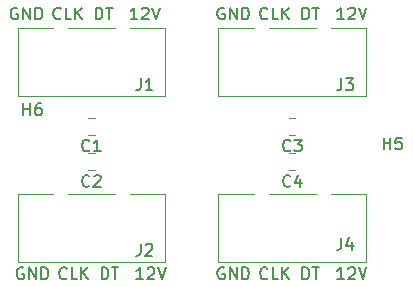
<source format=gto>
G04 #@! TF.GenerationSoftware,KiCad,Pcbnew,(5.1.12)-1*
G04 #@! TF.CreationDate,2022-09-24T14:43:29-05:00*
G04 #@! TF.ProjectId,Power_Board_001,506f7765-725f-4426-9f61-72645f303031,rev?*
G04 #@! TF.SameCoordinates,Original*
G04 #@! TF.FileFunction,Legend,Top*
G04 #@! TF.FilePolarity,Positive*
%FSLAX46Y46*%
G04 Gerber Fmt 4.6, Leading zero omitted, Abs format (unit mm)*
G04 Created by KiCad (PCBNEW (5.1.12)-1) date 2022-09-24 14:43:29*
%MOMM*%
%LPD*%
G01*
G04 APERTURE LIST*
%ADD10C,0.150000*%
%ADD11C,0.120000*%
%ADD12C,1.700000*%
%ADD13C,3.800000*%
%ADD14C,5.600000*%
G04 APERTURE END LIST*
D10*
X153380952Y-70952380D02*
X152809523Y-70952380D01*
X153095238Y-70952380D02*
X153095238Y-69952380D01*
X153000000Y-70095238D01*
X152904761Y-70190476D01*
X152809523Y-70238095D01*
X153761904Y-70047619D02*
X153809523Y-70000000D01*
X153904761Y-69952380D01*
X154142857Y-69952380D01*
X154238095Y-70000000D01*
X154285714Y-70047619D01*
X154333333Y-70142857D01*
X154333333Y-70238095D01*
X154285714Y-70380952D01*
X153714285Y-70952380D01*
X154333333Y-70952380D01*
X154619047Y-69952380D02*
X154952380Y-70952380D01*
X155285714Y-69952380D01*
X149857142Y-70952380D02*
X149857142Y-69952380D01*
X150095238Y-69952380D01*
X150238095Y-70000000D01*
X150333333Y-70095238D01*
X150380952Y-70190476D01*
X150428571Y-70380952D01*
X150428571Y-70523809D01*
X150380952Y-70714285D01*
X150333333Y-70809523D01*
X150238095Y-70904761D01*
X150095238Y-70952380D01*
X149857142Y-70952380D01*
X150714285Y-69952380D02*
X151285714Y-69952380D01*
X151000000Y-70952380D02*
X151000000Y-69952380D01*
X143238095Y-70000000D02*
X143142857Y-69952380D01*
X143000000Y-69952380D01*
X142857142Y-70000000D01*
X142761904Y-70095238D01*
X142714285Y-70190476D01*
X142666666Y-70380952D01*
X142666666Y-70523809D01*
X142714285Y-70714285D01*
X142761904Y-70809523D01*
X142857142Y-70904761D01*
X143000000Y-70952380D01*
X143095238Y-70952380D01*
X143238095Y-70904761D01*
X143285714Y-70857142D01*
X143285714Y-70523809D01*
X143095238Y-70523809D01*
X143714285Y-70952380D02*
X143714285Y-69952380D01*
X144285714Y-70952380D01*
X144285714Y-69952380D01*
X144761904Y-70952380D02*
X144761904Y-69952380D01*
X145000000Y-69952380D01*
X145142857Y-70000000D01*
X145238095Y-70095238D01*
X145285714Y-70190476D01*
X145333333Y-70380952D01*
X145333333Y-70523809D01*
X145285714Y-70714285D01*
X145238095Y-70809523D01*
X145142857Y-70904761D01*
X145000000Y-70952380D01*
X144761904Y-70952380D01*
X146904761Y-70857142D02*
X146857142Y-70904761D01*
X146714285Y-70952380D01*
X146619047Y-70952380D01*
X146476190Y-70904761D01*
X146380952Y-70809523D01*
X146333333Y-70714285D01*
X146285714Y-70523809D01*
X146285714Y-70380952D01*
X146333333Y-70190476D01*
X146380952Y-70095238D01*
X146476190Y-70000000D01*
X146619047Y-69952380D01*
X146714285Y-69952380D01*
X146857142Y-70000000D01*
X146904761Y-70047619D01*
X147809523Y-70952380D02*
X147333333Y-70952380D01*
X147333333Y-69952380D01*
X148142857Y-70952380D02*
X148142857Y-69952380D01*
X148714285Y-70952380D02*
X148285714Y-70380952D01*
X148714285Y-69952380D02*
X148142857Y-70523809D01*
X135880952Y-70952380D02*
X135309523Y-70952380D01*
X135595238Y-70952380D02*
X135595238Y-69952380D01*
X135500000Y-70095238D01*
X135404761Y-70190476D01*
X135309523Y-70238095D01*
X136261904Y-70047619D02*
X136309523Y-70000000D01*
X136404761Y-69952380D01*
X136642857Y-69952380D01*
X136738095Y-70000000D01*
X136785714Y-70047619D01*
X136833333Y-70142857D01*
X136833333Y-70238095D01*
X136785714Y-70380952D01*
X136214285Y-70952380D01*
X136833333Y-70952380D01*
X137119047Y-69952380D02*
X137452380Y-70952380D01*
X137785714Y-69952380D01*
X132357142Y-70952380D02*
X132357142Y-69952380D01*
X132595238Y-69952380D01*
X132738095Y-70000000D01*
X132833333Y-70095238D01*
X132880952Y-70190476D01*
X132928571Y-70380952D01*
X132928571Y-70523809D01*
X132880952Y-70714285D01*
X132833333Y-70809523D01*
X132738095Y-70904761D01*
X132595238Y-70952380D01*
X132357142Y-70952380D01*
X133214285Y-69952380D02*
X133785714Y-69952380D01*
X133500000Y-70952380D02*
X133500000Y-69952380D01*
X125738095Y-70000000D02*
X125642857Y-69952380D01*
X125500000Y-69952380D01*
X125357142Y-70000000D01*
X125261904Y-70095238D01*
X125214285Y-70190476D01*
X125166666Y-70380952D01*
X125166666Y-70523809D01*
X125214285Y-70714285D01*
X125261904Y-70809523D01*
X125357142Y-70904761D01*
X125500000Y-70952380D01*
X125595238Y-70952380D01*
X125738095Y-70904761D01*
X125785714Y-70857142D01*
X125785714Y-70523809D01*
X125595238Y-70523809D01*
X126214285Y-70952380D02*
X126214285Y-69952380D01*
X126785714Y-70952380D01*
X126785714Y-69952380D01*
X127261904Y-70952380D02*
X127261904Y-69952380D01*
X127500000Y-69952380D01*
X127642857Y-70000000D01*
X127738095Y-70095238D01*
X127785714Y-70190476D01*
X127833333Y-70380952D01*
X127833333Y-70523809D01*
X127785714Y-70714285D01*
X127738095Y-70809523D01*
X127642857Y-70904761D01*
X127500000Y-70952380D01*
X127261904Y-70952380D01*
X129404761Y-70857142D02*
X129357142Y-70904761D01*
X129214285Y-70952380D01*
X129119047Y-70952380D01*
X128976190Y-70904761D01*
X128880952Y-70809523D01*
X128833333Y-70714285D01*
X128785714Y-70523809D01*
X128785714Y-70380952D01*
X128833333Y-70190476D01*
X128880952Y-70095238D01*
X128976190Y-70000000D01*
X129119047Y-69952380D01*
X129214285Y-69952380D01*
X129357142Y-70000000D01*
X129404761Y-70047619D01*
X130309523Y-70952380D02*
X129833333Y-70952380D01*
X129833333Y-69952380D01*
X130642857Y-70952380D02*
X130642857Y-69952380D01*
X131214285Y-70952380D02*
X130785714Y-70380952D01*
X131214285Y-69952380D02*
X130642857Y-70523809D01*
X136380952Y-92952380D02*
X135809523Y-92952380D01*
X136095238Y-92952380D02*
X136095238Y-91952380D01*
X136000000Y-92095238D01*
X135904761Y-92190476D01*
X135809523Y-92238095D01*
X136761904Y-92047619D02*
X136809523Y-92000000D01*
X136904761Y-91952380D01*
X137142857Y-91952380D01*
X137238095Y-92000000D01*
X137285714Y-92047619D01*
X137333333Y-92142857D01*
X137333333Y-92238095D01*
X137285714Y-92380952D01*
X136714285Y-92952380D01*
X137333333Y-92952380D01*
X137619047Y-91952380D02*
X137952380Y-92952380D01*
X138285714Y-91952380D01*
X132857142Y-92952380D02*
X132857142Y-91952380D01*
X133095238Y-91952380D01*
X133238095Y-92000000D01*
X133333333Y-92095238D01*
X133380952Y-92190476D01*
X133428571Y-92380952D01*
X133428571Y-92523809D01*
X133380952Y-92714285D01*
X133333333Y-92809523D01*
X133238095Y-92904761D01*
X133095238Y-92952380D01*
X132857142Y-92952380D01*
X133714285Y-91952380D02*
X134285714Y-91952380D01*
X134000000Y-92952380D02*
X134000000Y-91952380D01*
X126238095Y-92000000D02*
X126142857Y-91952380D01*
X126000000Y-91952380D01*
X125857142Y-92000000D01*
X125761904Y-92095238D01*
X125714285Y-92190476D01*
X125666666Y-92380952D01*
X125666666Y-92523809D01*
X125714285Y-92714285D01*
X125761904Y-92809523D01*
X125857142Y-92904761D01*
X126000000Y-92952380D01*
X126095238Y-92952380D01*
X126238095Y-92904761D01*
X126285714Y-92857142D01*
X126285714Y-92523809D01*
X126095238Y-92523809D01*
X126714285Y-92952380D02*
X126714285Y-91952380D01*
X127285714Y-92952380D01*
X127285714Y-91952380D01*
X127761904Y-92952380D02*
X127761904Y-91952380D01*
X128000000Y-91952380D01*
X128142857Y-92000000D01*
X128238095Y-92095238D01*
X128285714Y-92190476D01*
X128333333Y-92380952D01*
X128333333Y-92523809D01*
X128285714Y-92714285D01*
X128238095Y-92809523D01*
X128142857Y-92904761D01*
X128000000Y-92952380D01*
X127761904Y-92952380D01*
X129904761Y-92857142D02*
X129857142Y-92904761D01*
X129714285Y-92952380D01*
X129619047Y-92952380D01*
X129476190Y-92904761D01*
X129380952Y-92809523D01*
X129333333Y-92714285D01*
X129285714Y-92523809D01*
X129285714Y-92380952D01*
X129333333Y-92190476D01*
X129380952Y-92095238D01*
X129476190Y-92000000D01*
X129619047Y-91952380D01*
X129714285Y-91952380D01*
X129857142Y-92000000D01*
X129904761Y-92047619D01*
X130809523Y-92952380D02*
X130333333Y-92952380D01*
X130333333Y-91952380D01*
X131142857Y-92952380D02*
X131142857Y-91952380D01*
X131714285Y-92952380D02*
X131285714Y-92380952D01*
X131714285Y-91952380D02*
X131142857Y-92523809D01*
X143238095Y-92000000D02*
X143142857Y-91952380D01*
X143000000Y-91952380D01*
X142857142Y-92000000D01*
X142761904Y-92095238D01*
X142714285Y-92190476D01*
X142666666Y-92380952D01*
X142666666Y-92523809D01*
X142714285Y-92714285D01*
X142761904Y-92809523D01*
X142857142Y-92904761D01*
X143000000Y-92952380D01*
X143095238Y-92952380D01*
X143238095Y-92904761D01*
X143285714Y-92857142D01*
X143285714Y-92523809D01*
X143095238Y-92523809D01*
X143714285Y-92952380D02*
X143714285Y-91952380D01*
X144285714Y-92952380D01*
X144285714Y-91952380D01*
X144761904Y-92952380D02*
X144761904Y-91952380D01*
X145000000Y-91952380D01*
X145142857Y-92000000D01*
X145238095Y-92095238D01*
X145285714Y-92190476D01*
X145333333Y-92380952D01*
X145333333Y-92523809D01*
X145285714Y-92714285D01*
X145238095Y-92809523D01*
X145142857Y-92904761D01*
X145000000Y-92952380D01*
X144761904Y-92952380D01*
X146904761Y-92857142D02*
X146857142Y-92904761D01*
X146714285Y-92952380D01*
X146619047Y-92952380D01*
X146476190Y-92904761D01*
X146380952Y-92809523D01*
X146333333Y-92714285D01*
X146285714Y-92523809D01*
X146285714Y-92380952D01*
X146333333Y-92190476D01*
X146380952Y-92095238D01*
X146476190Y-92000000D01*
X146619047Y-91952380D01*
X146714285Y-91952380D01*
X146857142Y-92000000D01*
X146904761Y-92047619D01*
X147809523Y-92952380D02*
X147333333Y-92952380D01*
X147333333Y-91952380D01*
X148142857Y-92952380D02*
X148142857Y-91952380D01*
X148714285Y-92952380D02*
X148285714Y-92380952D01*
X148714285Y-91952380D02*
X148142857Y-92523809D01*
X149857142Y-92952380D02*
X149857142Y-91952380D01*
X150095238Y-91952380D01*
X150238095Y-92000000D01*
X150333333Y-92095238D01*
X150380952Y-92190476D01*
X150428571Y-92380952D01*
X150428571Y-92523809D01*
X150380952Y-92714285D01*
X150333333Y-92809523D01*
X150238095Y-92904761D01*
X150095238Y-92952380D01*
X149857142Y-92952380D01*
X150714285Y-91952380D02*
X151285714Y-91952380D01*
X151000000Y-92952380D02*
X151000000Y-91952380D01*
X153380952Y-92952380D02*
X152809523Y-92952380D01*
X153095238Y-92952380D02*
X153095238Y-91952380D01*
X153000000Y-92095238D01*
X152904761Y-92190476D01*
X152809523Y-92238095D01*
X153761904Y-92047619D02*
X153809523Y-92000000D01*
X153904761Y-91952380D01*
X154142857Y-91952380D01*
X154238095Y-92000000D01*
X154285714Y-92047619D01*
X154333333Y-92142857D01*
X154333333Y-92238095D01*
X154285714Y-92380952D01*
X153714285Y-92952380D01*
X154333333Y-92952380D01*
X154619047Y-91952380D02*
X154952380Y-92952380D01*
X155285714Y-91952380D01*
D11*
X142750000Y-91450000D02*
X142750000Y-85700000D01*
X155250000Y-91450000D02*
X142750000Y-91450000D01*
X155250000Y-85700000D02*
X155250000Y-91450000D01*
X151000000Y-85700000D02*
X147000000Y-85700000D01*
X142750000Y-85700000D02*
X145750000Y-85700000D01*
X155250000Y-85700000D02*
X152250000Y-85700000D01*
X142750000Y-77450000D02*
X142750000Y-71700000D01*
X155250000Y-77450000D02*
X142750000Y-77450000D01*
X155250000Y-71700000D02*
X155250000Y-77450000D01*
X151000000Y-71700000D02*
X147000000Y-71700000D01*
X142750000Y-71700000D02*
X145750000Y-71700000D01*
X155250000Y-71700000D02*
X152250000Y-71700000D01*
X125750000Y-91450000D02*
X125750000Y-85700000D01*
X138250000Y-91450000D02*
X125750000Y-91450000D01*
X138250000Y-85700000D02*
X138250000Y-91450000D01*
X134000000Y-85700000D02*
X130000000Y-85700000D01*
X125750000Y-85700000D02*
X128750000Y-85700000D01*
X138250000Y-85700000D02*
X135250000Y-85700000D01*
X125750000Y-77450000D02*
X125750000Y-71700000D01*
X138250000Y-77450000D02*
X125750000Y-77450000D01*
X138250000Y-71700000D02*
X138250000Y-77450000D01*
X134000000Y-71700000D02*
X130000000Y-71700000D01*
X125750000Y-71700000D02*
X128750000Y-71700000D01*
X138250000Y-71700000D02*
X135250000Y-71700000D01*
X149261252Y-82265000D02*
X148738748Y-82265000D01*
X149261252Y-83735000D02*
X148738748Y-83735000D01*
X149261252Y-79265000D02*
X148738748Y-79265000D01*
X149261252Y-80735000D02*
X148738748Y-80735000D01*
X132261252Y-82265000D02*
X131738748Y-82265000D01*
X132261252Y-83735000D02*
X131738748Y-83735000D01*
X132261252Y-79265000D02*
X131738748Y-79265000D01*
X132261252Y-80735000D02*
X131738748Y-80735000D01*
D10*
X153166666Y-89452380D02*
X153166666Y-90166666D01*
X153119047Y-90309523D01*
X153023809Y-90404761D01*
X152880952Y-90452380D01*
X152785714Y-90452380D01*
X154071428Y-89785714D02*
X154071428Y-90452380D01*
X153833333Y-89404761D02*
X153595238Y-90119047D01*
X154214285Y-90119047D01*
X153166666Y-75952380D02*
X153166666Y-76666666D01*
X153119047Y-76809523D01*
X153023809Y-76904761D01*
X152880952Y-76952380D01*
X152785714Y-76952380D01*
X153547619Y-75952380D02*
X154166666Y-75952380D01*
X153833333Y-76333333D01*
X153976190Y-76333333D01*
X154071428Y-76380952D01*
X154119047Y-76428571D01*
X154166666Y-76523809D01*
X154166666Y-76761904D01*
X154119047Y-76857142D01*
X154071428Y-76904761D01*
X153976190Y-76952380D01*
X153690476Y-76952380D01*
X153595238Y-76904761D01*
X153547619Y-76857142D01*
X136166666Y-89952380D02*
X136166666Y-90666666D01*
X136119047Y-90809523D01*
X136023809Y-90904761D01*
X135880952Y-90952380D01*
X135785714Y-90952380D01*
X136595238Y-90047619D02*
X136642857Y-90000000D01*
X136738095Y-89952380D01*
X136976190Y-89952380D01*
X137071428Y-90000000D01*
X137119047Y-90047619D01*
X137166666Y-90142857D01*
X137166666Y-90238095D01*
X137119047Y-90380952D01*
X136547619Y-90952380D01*
X137166666Y-90952380D01*
X136166666Y-75952380D02*
X136166666Y-76666666D01*
X136119047Y-76809523D01*
X136023809Y-76904761D01*
X135880952Y-76952380D01*
X135785714Y-76952380D01*
X137166666Y-76952380D02*
X136595238Y-76952380D01*
X136880952Y-76952380D02*
X136880952Y-75952380D01*
X136785714Y-76095238D01*
X136690476Y-76190476D01*
X136595238Y-76238095D01*
X126238095Y-79052380D02*
X126238095Y-78052380D01*
X126238095Y-78528571D02*
X126809523Y-78528571D01*
X126809523Y-79052380D02*
X126809523Y-78052380D01*
X127714285Y-78052380D02*
X127523809Y-78052380D01*
X127428571Y-78100000D01*
X127380952Y-78147619D01*
X127285714Y-78290476D01*
X127238095Y-78480952D01*
X127238095Y-78861904D01*
X127285714Y-78957142D01*
X127333333Y-79004761D01*
X127428571Y-79052380D01*
X127619047Y-79052380D01*
X127714285Y-79004761D01*
X127761904Y-78957142D01*
X127809523Y-78861904D01*
X127809523Y-78623809D01*
X127761904Y-78528571D01*
X127714285Y-78480952D01*
X127619047Y-78433333D01*
X127428571Y-78433333D01*
X127333333Y-78480952D01*
X127285714Y-78528571D01*
X127238095Y-78623809D01*
X156738095Y-81952380D02*
X156738095Y-80952380D01*
X156738095Y-81428571D02*
X157309523Y-81428571D01*
X157309523Y-81952380D02*
X157309523Y-80952380D01*
X158261904Y-80952380D02*
X157785714Y-80952380D01*
X157738095Y-81428571D01*
X157785714Y-81380952D01*
X157880952Y-81333333D01*
X158119047Y-81333333D01*
X158214285Y-81380952D01*
X158261904Y-81428571D01*
X158309523Y-81523809D01*
X158309523Y-81761904D01*
X158261904Y-81857142D01*
X158214285Y-81904761D01*
X158119047Y-81952380D01*
X157880952Y-81952380D01*
X157785714Y-81904761D01*
X157738095Y-81857142D01*
X148833333Y-85037142D02*
X148785714Y-85084761D01*
X148642857Y-85132380D01*
X148547619Y-85132380D01*
X148404761Y-85084761D01*
X148309523Y-84989523D01*
X148261904Y-84894285D01*
X148214285Y-84703809D01*
X148214285Y-84560952D01*
X148261904Y-84370476D01*
X148309523Y-84275238D01*
X148404761Y-84180000D01*
X148547619Y-84132380D01*
X148642857Y-84132380D01*
X148785714Y-84180000D01*
X148833333Y-84227619D01*
X149690476Y-84465714D02*
X149690476Y-85132380D01*
X149452380Y-84084761D02*
X149214285Y-84799047D01*
X149833333Y-84799047D01*
X148833333Y-82037142D02*
X148785714Y-82084761D01*
X148642857Y-82132380D01*
X148547619Y-82132380D01*
X148404761Y-82084761D01*
X148309523Y-81989523D01*
X148261904Y-81894285D01*
X148214285Y-81703809D01*
X148214285Y-81560952D01*
X148261904Y-81370476D01*
X148309523Y-81275238D01*
X148404761Y-81180000D01*
X148547619Y-81132380D01*
X148642857Y-81132380D01*
X148785714Y-81180000D01*
X148833333Y-81227619D01*
X149166666Y-81132380D02*
X149785714Y-81132380D01*
X149452380Y-81513333D01*
X149595238Y-81513333D01*
X149690476Y-81560952D01*
X149738095Y-81608571D01*
X149785714Y-81703809D01*
X149785714Y-81941904D01*
X149738095Y-82037142D01*
X149690476Y-82084761D01*
X149595238Y-82132380D01*
X149309523Y-82132380D01*
X149214285Y-82084761D01*
X149166666Y-82037142D01*
X131833333Y-85037142D02*
X131785714Y-85084761D01*
X131642857Y-85132380D01*
X131547619Y-85132380D01*
X131404761Y-85084761D01*
X131309523Y-84989523D01*
X131261904Y-84894285D01*
X131214285Y-84703809D01*
X131214285Y-84560952D01*
X131261904Y-84370476D01*
X131309523Y-84275238D01*
X131404761Y-84180000D01*
X131547619Y-84132380D01*
X131642857Y-84132380D01*
X131785714Y-84180000D01*
X131833333Y-84227619D01*
X132214285Y-84227619D02*
X132261904Y-84180000D01*
X132357142Y-84132380D01*
X132595238Y-84132380D01*
X132690476Y-84180000D01*
X132738095Y-84227619D01*
X132785714Y-84322857D01*
X132785714Y-84418095D01*
X132738095Y-84560952D01*
X132166666Y-85132380D01*
X132785714Y-85132380D01*
X131833333Y-82037142D02*
X131785714Y-82084761D01*
X131642857Y-82132380D01*
X131547619Y-82132380D01*
X131404761Y-82084761D01*
X131309523Y-81989523D01*
X131261904Y-81894285D01*
X131214285Y-81703809D01*
X131214285Y-81560952D01*
X131261904Y-81370476D01*
X131309523Y-81275238D01*
X131404761Y-81180000D01*
X131547619Y-81132380D01*
X131642857Y-81132380D01*
X131785714Y-81180000D01*
X131833333Y-81227619D01*
X132785714Y-82132380D02*
X132214285Y-82132380D01*
X132500000Y-82132380D02*
X132500000Y-81132380D01*
X132404761Y-81275238D01*
X132309523Y-81370476D01*
X132214285Y-81418095D01*
%LPC*%
D12*
X152810000Y-88000000D03*
X150270000Y-88000000D03*
X145190000Y-88000000D03*
X147730000Y-88000000D03*
X152810000Y-74000000D03*
X150270000Y-74000000D03*
X145190000Y-74000000D03*
X147730000Y-74000000D03*
X135810000Y-88000000D03*
X133270000Y-88000000D03*
X128190000Y-88000000D03*
X130730000Y-88000000D03*
X135810000Y-74000000D03*
X133270000Y-74000000D03*
X128190000Y-74000000D03*
X130730000Y-74000000D03*
D13*
X127000000Y-81500000D03*
X154000000Y-81500000D03*
D14*
X120500000Y-88000000D03*
X120500000Y-75000000D03*
X160500000Y-88000000D03*
X160500000Y-75000000D03*
G36*
G01*
X148550000Y-82525000D02*
X148550000Y-83475000D01*
G75*
G02*
X148300000Y-83725000I-250000J0D01*
G01*
X147625000Y-83725000D01*
G75*
G02*
X147375000Y-83475000I0J250000D01*
G01*
X147375000Y-82525000D01*
G75*
G02*
X147625000Y-82275000I250000J0D01*
G01*
X148300000Y-82275000D01*
G75*
G02*
X148550000Y-82525000I0J-250000D01*
G01*
G37*
G36*
G01*
X150625000Y-82525000D02*
X150625000Y-83475000D01*
G75*
G02*
X150375000Y-83725000I-250000J0D01*
G01*
X149700000Y-83725000D01*
G75*
G02*
X149450000Y-83475000I0J250000D01*
G01*
X149450000Y-82525000D01*
G75*
G02*
X149700000Y-82275000I250000J0D01*
G01*
X150375000Y-82275000D01*
G75*
G02*
X150625000Y-82525000I0J-250000D01*
G01*
G37*
G36*
G01*
X148550000Y-79525000D02*
X148550000Y-80475000D01*
G75*
G02*
X148300000Y-80725000I-250000J0D01*
G01*
X147625000Y-80725000D01*
G75*
G02*
X147375000Y-80475000I0J250000D01*
G01*
X147375000Y-79525000D01*
G75*
G02*
X147625000Y-79275000I250000J0D01*
G01*
X148300000Y-79275000D01*
G75*
G02*
X148550000Y-79525000I0J-250000D01*
G01*
G37*
G36*
G01*
X150625000Y-79525000D02*
X150625000Y-80475000D01*
G75*
G02*
X150375000Y-80725000I-250000J0D01*
G01*
X149700000Y-80725000D01*
G75*
G02*
X149450000Y-80475000I0J250000D01*
G01*
X149450000Y-79525000D01*
G75*
G02*
X149700000Y-79275000I250000J0D01*
G01*
X150375000Y-79275000D01*
G75*
G02*
X150625000Y-79525000I0J-250000D01*
G01*
G37*
G36*
G01*
X131550000Y-82525000D02*
X131550000Y-83475000D01*
G75*
G02*
X131300000Y-83725000I-250000J0D01*
G01*
X130625000Y-83725000D01*
G75*
G02*
X130375000Y-83475000I0J250000D01*
G01*
X130375000Y-82525000D01*
G75*
G02*
X130625000Y-82275000I250000J0D01*
G01*
X131300000Y-82275000D01*
G75*
G02*
X131550000Y-82525000I0J-250000D01*
G01*
G37*
G36*
G01*
X133625000Y-82525000D02*
X133625000Y-83475000D01*
G75*
G02*
X133375000Y-83725000I-250000J0D01*
G01*
X132700000Y-83725000D01*
G75*
G02*
X132450000Y-83475000I0J250000D01*
G01*
X132450000Y-82525000D01*
G75*
G02*
X132700000Y-82275000I250000J0D01*
G01*
X133375000Y-82275000D01*
G75*
G02*
X133625000Y-82525000I0J-250000D01*
G01*
G37*
G36*
G01*
X131550000Y-79525000D02*
X131550000Y-80475000D01*
G75*
G02*
X131300000Y-80725000I-250000J0D01*
G01*
X130625000Y-80725000D01*
G75*
G02*
X130375000Y-80475000I0J250000D01*
G01*
X130375000Y-79525000D01*
G75*
G02*
X130625000Y-79275000I250000J0D01*
G01*
X131300000Y-79275000D01*
G75*
G02*
X131550000Y-79525000I0J-250000D01*
G01*
G37*
G36*
G01*
X133625000Y-79525000D02*
X133625000Y-80475000D01*
G75*
G02*
X133375000Y-80725000I-250000J0D01*
G01*
X132700000Y-80725000D01*
G75*
G02*
X132450000Y-80475000I0J250000D01*
G01*
X132450000Y-79525000D01*
G75*
G02*
X132700000Y-79275000I250000J0D01*
G01*
X133375000Y-79275000D01*
G75*
G02*
X133625000Y-79525000I0J-250000D01*
G01*
G37*
M02*

</source>
